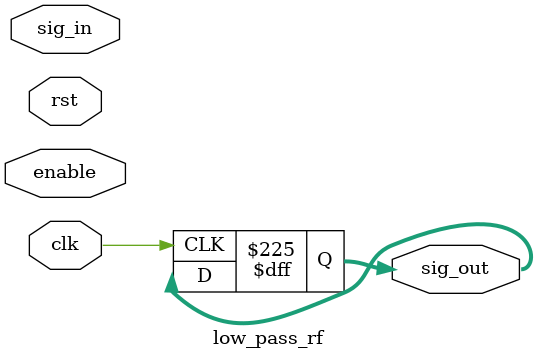
<source format=v>
`timescale 1ns / 1ps

module low_pass_rf(
    input signed [7:0] sig_in,
    input clk,
    input rst,
    input enable,
    output reg signed [7:0] sig_out // Monitor for overflow
    );

reg cnt; // Counter used to wait 20 clock cycles to get the delayed data lined up

parameter N = 21; // Number of taps (b bit coeffiecent resolution)
parameter  
a0 = 1,
a1 = 3,
a2 = 4,
a3 = 3,
a4 = -2,
a5 = -7,
a6 = -7,
a7 = 2,
a8 = 18,
a9 = 34,
a10 = 40,
a11 = 34,
a12 = 18,
a13 = 2,
a14 = -7,
a15 = -7,
a16 = -2,
a17 = 3,
a18 = 4,
a19 = 3,
a20 = 1;

reg signed [7:0] data [0:N-1]; // Taps
reg signed [7:0] temp [0:N-1]; // Multiply results
reg signed [7:0] partial_sum [0:16]; 

integer i;

initial cnt = 0;

always @ (posedge clk)
    begin
        if (enable)
            begin            
                data[0] <= sig_in;
                for (i = 1; i < N-1; i = i + 1) 
                    begin
                        data[i] <= data[i-1];   
                    end
             end
         
         if (rst)
            begin
                for (i = 0; i < N-1 ; i = i + 1) 
                    begin
                        data[i] <= 8'h00;
                    end
            end
            
        if (cnt == 20) cnt <= 0;
        else cnt <= cnt + 1;
    end
    
//genvar i;
//generate
//	 for (i = 0; i < N-1 ; i = i + 1) 
//         begin: makeDelay 
//             always @ (posedge clk)
//              begin
//                if (rst) data[0] <= 0;
//                else 
//                    begin
//                        data[0] <= sig_in;
//                    end
//              end
//         end
//endgenerate

// Grab the data 12 bits at a time so that we can start the calculations for the fir
//always @ (posedge clk)
//    begin
//        if (rst) data[0] <= 0;
//        else if (enable) data[0] <= sig_in;
//        else data[0] <= 0;
//    end

// Multiply by the coefficients // DOUBLE CHECK THE ORDER 0-K or K-0 for the multiply
 always @ (posedge clk)
    begin
    if (cnt == 20)
        begin
          temp[0] <= a0 * data[0];
          temp[1] <= a1 * data[1];
          temp[2] <= a2 * data[2];
          temp[3] <= a3 * data[3];
          temp[4] <= a4 * data[4];
          temp[5] <= a5 * data[5];
          temp[6] <= a6 * data[6];
          temp[7] <= a7 * data[7];
          temp[8] <= a8 * data[8];
          temp[9] <= a9 * data[9];
          temp[10] <= a10 * data[10];
          temp[11] <= a11 * data[11];
          temp[12] <= a12 * data[12];
          temp[13] <= a13 * data[13];
          temp[14] <= a14 * data[14];
          temp[15] <= a15 * data[15];
          temp[16] <= a16 * data[16];
          temp[17] <= a17 * data[17];
          temp[18] <= a18 * data[18];
          temp[19] <= a19 * data[19];
          temp[20] <= a20 * data[20];
       end
//   temp[0] <= a20 * data[0];
//      temp[1] <= a19 * data[1];
//      temp[2] <= a18 * data[2];
//      temp[3] <= a17 * data[3];
//      temp[4] <= a16 * data[4];
//      temp[5] <= a15 * data[5];
//      temp[6] <= a14 * data[6];
//      temp[7] <= a13 * data[7];
//      temp[8] <= a12 * data[8];
//      temp[9] <= a11 * data[9];
//      temp[10] <= a10 * data[10];
//      temp[11] <= a9 * data[11];
//      temp[12] <= a8 * data[12];
//      temp[13] <= a7 * data[13];
//      temp[14] <= a6 * data[14];
//      temp[15] <= a5 * data[15];
//      temp[16] <= a4 * data[16];
//      temp[17] <= a3 * data[17];
//      temp[18] <= a2 * data[18];
//      temp[19] <= a1 * data[19];
//      temp[20] <= a0 * data[20];
    end
        
// pipeline these adds
// sum up the result 
// Should incure about 4 maybe 5 delays
always @ (posedge clk)
    begin
    if (cnt == 20)
            begin
            sig_out <= temp[0] +
                      temp[1] +
                      temp[2] +
                      temp[3] +
                      temp[4] +
                      temp[5] +
                      temp[6] +
                      temp[7] +
                      temp[8] +
                      temp[9] +
                      temp[10]+
                      temp[11]+
                      temp[12]+
                      temp[13]+
                      temp[14]+
                      temp[15]+
                      temp[16]+
                      temp[17]+
                      temp[18]+
                      temp[19]+
                      temp[20];
              end
       end
//    if (cnt == 20)
//        begin
//            partial_sum[0] <= temp[0] + temp[1];
//            partial_sum[1] <= temp[2] + temp[3];
//            partial_sum[2] <= temp[4] + temp[5]; 
//            partial_sum[3] <= temp[6] + temp[7]; 
//            partial_sum[5] <= temp[8] + temp[9]; 
//            partial_sum[6] <= temp[10] + temp[11];
//            partial_sum[7] <= temp[12] + temp[13]; 
//            partial_sum[8] <= temp[14] + temp[15]; 
//            partial_sum[9] <= temp[16] + temp[17]; 
//            partial_sum[10] <= temp[18] + temp[19] + temp[20]; 
                    
//                   partial_sum[11] <= partial_sum[0] + partial_sum[1] + partial_sum[2];
//                   partial_sum[12] <= partial_sum[3] + partial_sum[4] + partial_sum[5];
//                   partial_sum[13] <= partial_sum[6] + partial_sum[7] + partial_sum[8];
//                   partial_sum[14] <= partial_sum[9] + partial_sum[10];  
                   
//                           partial_sum[15] <= partial_sum[11] + partial_sum[12];
//                           partial_sum[16] <= partial_sum[13] + partial_sum[14];
                           
//                                sig_out <=  partial_sum[15] + partial_sum[16];
      //  end
   // end                
endmodule                 
</source>
